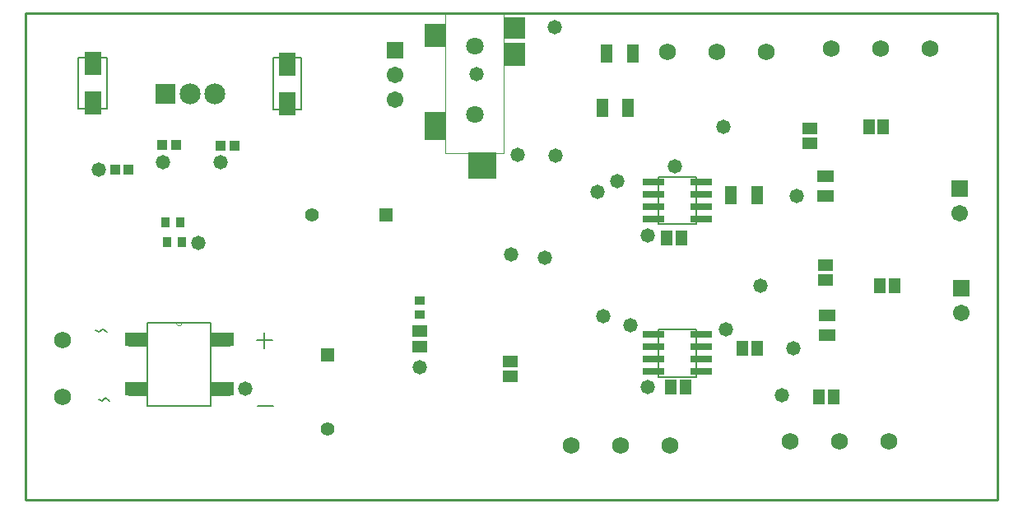
<source format=gts>
G04*
G04 #@! TF.GenerationSoftware,Altium Limited,Altium Designer,18.0.12 (696)*
G04*
G04 Layer_Color=8388736*
%FSLAX43Y43*%
%MOMM*%
G71*
G01*
G75*
%ADD11C,0.000*%
%ADD13C,0.254*%
%ADD14C,0.127*%
%ADD16C,0.152*%
%ADD18C,0.198*%
%ADD34R,1.303X1.603*%
%ADD35R,1.103X0.903*%
%ADD36R,1.503X1.203*%
%ADD37R,2.903X2.803*%
%ADD38R,2.303X2.903*%
%ADD39R,2.303X2.403*%
%ADD40R,2.303X2.203*%
%ADD41R,2.173X0.803*%
%ADD42R,1.727X1.219*%
%ADD43R,1.603X1.303*%
%ADD44R,1.303X1.903*%
%ADD45R,2.438X1.448*%
%ADD46R,1.003X1.103*%
%ADD47R,0.903X1.103*%
%ADD48R,1.733X2.413*%
%ADD49C,1.727*%
%ADD50C,1.403*%
%ADD51R,1.403X1.403*%
%ADD52R,1.403X1.403*%
%ADD53C,1.803*%
%ADD54R,1.703X1.703*%
%ADD55C,1.703*%
%ADD56R,2.153X2.153*%
%ADD57C,2.153*%
%ADD58C,1.473*%
D11*
X91895Y43567D02*
G03*
X92505Y43567I305J0D01*
G01*
X119606Y75509D02*
X125606D01*
X119606Y61009D02*
X125606D01*
Y75509D01*
X119606Y61009D02*
Y72809D01*
X119606Y71397D02*
Y75509D01*
D13*
X76403Y25400D02*
X176403D01*
Y75413D01*
X76403D02*
X176403D01*
X76403Y25400D02*
Y75413D01*
D14*
X141501Y37999D02*
Y42899D01*
X145401Y37999D02*
Y42899D01*
X141501D02*
X145401D01*
X141501Y37999D02*
X145401D01*
X141501Y53699D02*
X145401D01*
X141501Y58599D02*
X145401D01*
Y53699D02*
Y58599D01*
X141501Y53699D02*
Y58599D01*
X101850Y65500D02*
X104750D01*
X101850D02*
Y70800D01*
X104750D01*
Y65500D02*
Y70800D01*
X81850Y70850D02*
X84750D01*
Y65550D02*
Y70850D01*
X81850Y65550D02*
X84750D01*
X81850D02*
Y70850D01*
D16*
X95451Y41230D02*
Y42450D01*
X97356D01*
Y41230D02*
Y42450D01*
X95451Y41230D02*
X97356D01*
X95451Y36150D02*
Y37370D01*
X97356D01*
Y36150D02*
Y37370D01*
X95451Y36150D02*
X97356D01*
X88949D02*
Y37370D01*
X87044Y36150D02*
X88949D01*
X87044D02*
Y37370D01*
X88949D01*
Y41230D02*
Y42450D01*
X87044Y41230D02*
X88949D01*
X87044D02*
Y42450D01*
X88949D01*
Y35033D02*
X95451D01*
X88949D02*
Y43567D01*
X91895D01*
X92505D01*
X95451D01*
Y35033D02*
Y43567D01*
D18*
X85061Y35564D02*
X84614Y35832D01*
X84257Y35564D01*
X83900Y35742D01*
X84764Y42657D02*
X84318Y42925D01*
X83961Y42657D01*
X83604Y42836D01*
X101865Y35038D02*
X100259D01*
X100989Y42569D02*
Y40962D01*
X101793Y41765D02*
X100186D01*
D34*
X163156Y63703D02*
D03*
X164656D02*
D03*
X142354Y52273D02*
D03*
X143854D02*
D03*
X144260Y36982D02*
D03*
X142760D02*
D03*
X151677Y40945D02*
D03*
X150177D02*
D03*
X158037Y35992D02*
D03*
X159537D02*
D03*
X165799Y47371D02*
D03*
X164299D02*
D03*
D35*
X116942Y45899D02*
D03*
Y44399D02*
D03*
D36*
Y41123D02*
D03*
Y42723D02*
D03*
D37*
X123354Y59706D02*
D03*
D38*
X118558Y63809D02*
D03*
D39*
X118556Y73109D02*
D03*
X126656Y71209D02*
D03*
D40*
Y73909D02*
D03*
D41*
X140976Y42354D02*
D03*
Y41084D02*
D03*
Y39814D02*
D03*
Y38544D02*
D03*
X145926D02*
D03*
Y39814D02*
D03*
Y41084D02*
D03*
Y42354D02*
D03*
X145926Y58054D02*
D03*
Y56784D02*
D03*
Y55514D02*
D03*
Y54244D02*
D03*
X140976D02*
D03*
Y55514D02*
D03*
Y56784D02*
D03*
Y58054D02*
D03*
D42*
X158648Y56642D02*
D03*
Y58674D02*
D03*
X158852Y44323D02*
D03*
Y42291D02*
D03*
D43*
X157099Y62064D02*
D03*
Y63564D02*
D03*
X126238Y39587D02*
D03*
Y38087D02*
D03*
X158699Y49467D02*
D03*
Y47967D02*
D03*
D44*
X148993Y56718D02*
D03*
X151693D02*
D03*
X136166Y71222D02*
D03*
X138866D02*
D03*
X135708Y65710D02*
D03*
X138408D02*
D03*
D45*
X96594Y41840D02*
D03*
Y36760D02*
D03*
X87806D02*
D03*
Y41840D02*
D03*
D46*
X91875Y61824D02*
D03*
X90475D02*
D03*
X86998Y59334D02*
D03*
X85598D02*
D03*
X97866Y61747D02*
D03*
X96466D02*
D03*
D47*
X90817Y53924D02*
D03*
X92317D02*
D03*
X90944Y51841D02*
D03*
X92444D02*
D03*
D48*
X103300Y66100D02*
D03*
Y70200D02*
D03*
X83300Y70250D02*
D03*
Y66150D02*
D03*
D49*
X142697Y30937D02*
D03*
X137617D02*
D03*
X132537D02*
D03*
X165227Y31344D02*
D03*
X160147D02*
D03*
X155067D02*
D03*
X169418Y71806D02*
D03*
X164338D02*
D03*
X159258D02*
D03*
X152603Y71425D02*
D03*
X147523D02*
D03*
X142443D02*
D03*
X80188Y35958D02*
D03*
Y41758D02*
D03*
D50*
X107442Y32614D02*
D03*
X105890Y54700D02*
D03*
D51*
X107442Y40234D02*
D03*
D52*
X113510Y54700D02*
D03*
D53*
X122606Y65009D02*
D03*
Y72009D02*
D03*
D54*
X114376Y71628D02*
D03*
X172451Y57389D02*
D03*
X172651Y47089D02*
D03*
D55*
X114376Y69088D02*
D03*
Y66548D02*
D03*
X172451Y54849D02*
D03*
X172651Y44549D02*
D03*
D56*
X90820Y67100D02*
D03*
D57*
X93360D02*
D03*
X95900D02*
D03*
D58*
X130937Y60731D02*
D03*
X127025Y60884D02*
D03*
X94183Y51816D02*
D03*
X83947Y59334D02*
D03*
X90500Y60096D02*
D03*
X96466Y60122D02*
D03*
X99035Y36779D02*
D03*
X116967Y39014D02*
D03*
X130875Y74001D02*
D03*
X122758Y69139D02*
D03*
X143180Y59690D02*
D03*
X140360Y52578D02*
D03*
X135788Y44247D02*
D03*
X138659Y43307D02*
D03*
X154190Y36093D02*
D03*
X129819Y50267D02*
D03*
X126314Y50622D02*
D03*
X148412Y42875D02*
D03*
X151994Y47371D02*
D03*
X140386Y36982D02*
D03*
X155690Y56642D02*
D03*
X155423Y40945D02*
D03*
X137236Y58166D02*
D03*
X135220Y57058D02*
D03*
X148213Y63758D02*
D03*
M02*

</source>
